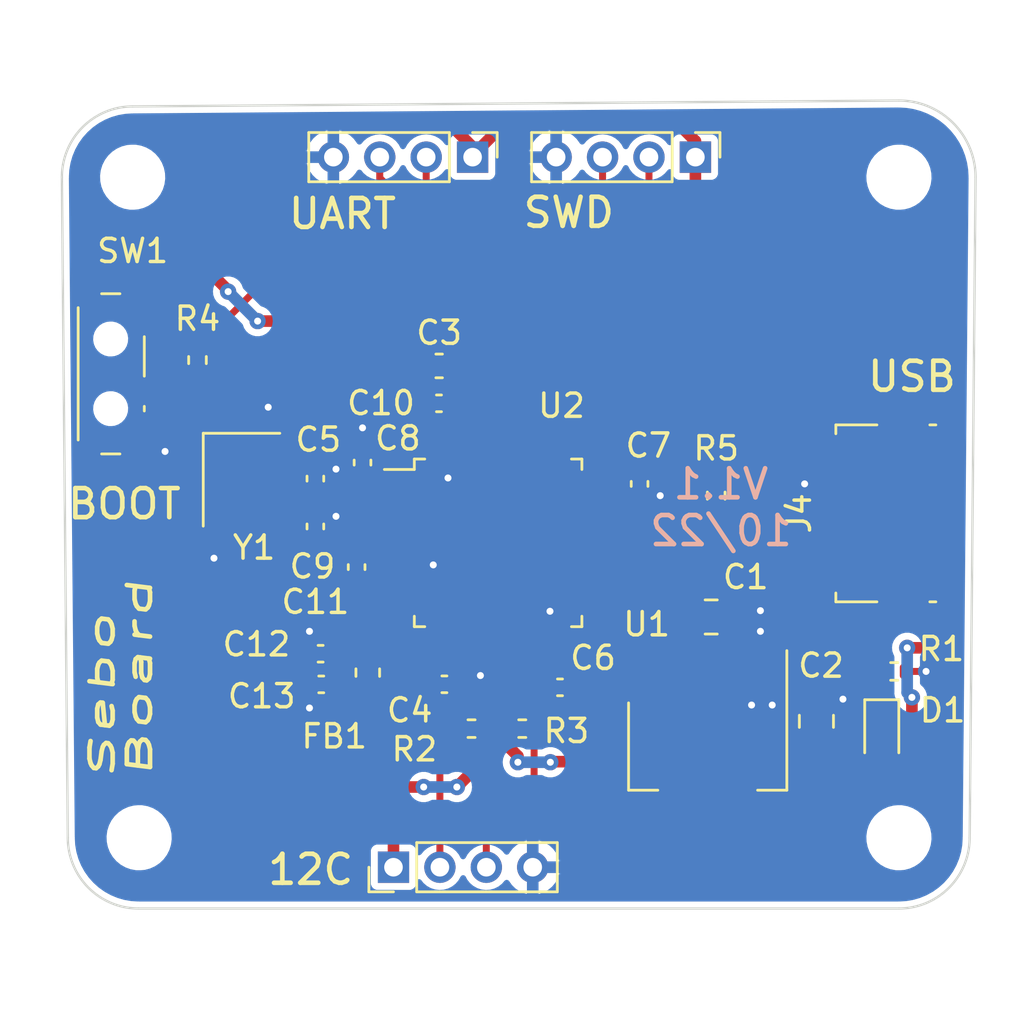
<source format=kicad_pcb>
(kicad_pcb (version 20211014) (generator pcbnew)
  (layers (0 "F.Cu" signal) (31 "B.Cu" power) (34 "B.Paste" user) (35 "F.Paste" user) (36 "B.SilkS" user "B.Silkscreen") (37 "F.SilkS" user "F.Silkscreen") (38 "B.Mask" user) (39 "F.Mask" user) (44 "Edge.Cuts" user))
  (net 0 "")
  (net 1 "VBUS")
  (net 2 "GND")
  (net 3 "+3.3V")
  (net 4 "/NRST")
  (net 5 "/HSE_IN")
  (net 6 "/HSE_OUT")
  (net 7 "+3.3VA")
  (net 8 "/Power_LED")
  (net 9 "/USART1_TX")
  (net 10 "/I2C2_SCL")
  (net 11 "/I2C2_SDA")
  (net 12 "/SWDIO")
  (net 13 "/SWDCLK")
  (net 14 "/USB_D-")
  (net 15 "/USB_D+")
  (net 18 "/BOOT0")
  (net 46 "/USART1_RX")
  (net 47 "/FW_BOOT0")
  (footprint "Connector_PinHeader_2.00mm:PinHeader_1x04_P2.00mm_Vertical" (layer "F.Cu") (at 133.4692 72.7964 -90)
    (fp_text reference "J3")
    (fp_text value "Conn_01x04_Male")
    (fp_line (start -1.06 7.06) (end 1.06 7.06) (layer "F.SilkS") (width 0.12))
    (fp_line (start -1.06 1) (end -1.06 7.06) (layer "F.SilkS") (width 0.12))
    (fp_line (start -1.06 1) (end 1.06 1) (layer "F.SilkS") (width 0.12))
    (fp_line (start 1.06 1) (end 1.06 7.06) (layer "F.SilkS") (width 0.12))
    (fp_line (start -1.06 -1.06) (end 0 -1.06) (layer "F.SilkS") (width 0.12))
    (fp_line (start -1.06 0) (end -1.06 -1.06) (layer "F.SilkS") (width 0.12))
    (pad "1" thru_hole rect (at 0 0 270) (size 1.35 1.35) (drill 0.8) (layers *.Cu *.Mask) (net 3 "+3.3V"))
    (pad "2" thru_hole oval (at 0 2 270) (size 1.35 1.35) (drill 0.8) (layers *.Cu *.Mask) (net 12 "/SWDIO"))
    (pad "3" thru_hole oval (at 0 4 270) (size 1.35 1.35) (drill 0.8) (layers *.Cu *.Mask) (net 13 "/SWDCLK"))
    (pad "4" thru_hole oval (at 0 6 270) (size 1.35 1.35) (drill 0.8) (layers *.Cu *.Mask) (net 2 "GND"))
  )
  (footprint "MountingHole:MountingHole_2.2mm_M2" (layer "F.Cu") (at 142.24 102.108)
    (fp_text reference "H4")
    (fp_text value "MountingHole")
    (pad "" np_thru_hole circle (at 0 0) (size 2.2 2.2) (drill 2.2) (layers *.Cu *.Mask))
  )
  (footprint "Capacitor_SMD:C_0402_1005Metric" (layer "F.Cu") (at 118.872 90.452 90)
    (fp_text reference "C11" (at -1.496 -1.778 180) (layer "F.SilkS"))
    (fp_text value "10n")
    (fp_line (start -0.107836 0.36) (end 0.107836 0.36) (layer "F.SilkS") (width 0.12))
    (fp_line (start -0.107836 -0.36) (end 0.107836 -0.36) (layer "F.SilkS") (width 0.12))
    (pad "1" smd roundrect (at -0.48 0 90) (size 0.56 0.62) (layers "F.Cu" "F.Paste" "F.Mask") (net 7 "+3.3VA"))
    (pad "2" smd roundrect (at 0.48 0 90) (size 0.56 0.62) (layers "F.Cu" "F.Paste" "F.Mask") (net 2 "GND"))
  )
  (footprint "Package_TO_SOT_SMD:SOT-223-3_TabPin2" (layer "F.Cu") (at 134 98.15 -90)
    (fp_text reference "U1" (at -5.2368 2.6312 180) (layer "F.SilkS"))
    (fp_text value "AMS1117-3.3")
    (fp_line (start 1.91 -3.41) (end 1.91 -2.15) (layer "F.SilkS") (width 0.12))
    (fp_line (start -1.85 3.41) (end 1.91 3.41) (layer "F.SilkS") (width 0.12))
    (fp_line (start 1.91 3.41) (end 1.91 2.15) (layer "F.SilkS") (width 0.12))
    (fp_line (start -4.1 -3.41) (end 1.91 -3.41) (layer "F.SilkS") (width 0.12))
    (pad "1" smd rect (at -3.15 -2.3 270) (size 2 1.5) (layers "F.Cu" "F.Paste" "F.Mask") (net 2 "GND"))
    (pad "2" smd rect (at -3.15 0 270) (size 2 1.5) (layers "F.Cu" "F.Paste" "F.Mask") (net 3 "+3.3V"))
    (pad "2" smd rect (at 3.15 0 270) (size 2 3.8) (layers "F.Cu" "F.Paste" "F.Mask") (net 3 "+3.3V"))
    (pad "3" smd rect (at -3.15 2.3 270) (size 2 1.5) (layers "F.Cu" "F.Paste" "F.Mask") (net 1 "VBUS"))
  )
  (footprint "Capacitor_SMD:C_0603_1608Metric" (layer "F.Cu") (at 122.428 81.788)
    (fp_text reference "C3" (at 0 -1.43) (layer "F.SilkS"))
    (fp_text value "10u")
    (fp_line (start -0.14058 0.51) (end 0.14058 0.51) (layer "F.SilkS") (width 0.12))
    (fp_line (start -0.14058 -0.51) (end 0.14058 -0.51) (layer "F.SilkS") (width 0.12))
    (pad "1" smd roundrect (at -0.775 0) (size 0.9 0.95) (layers "F.Cu" "F.Paste" "F.Mask") (net 3 "+3.3V"))
    (pad "2" smd roundrect (at 0.775 0) (size 0.9 0.95) (layers "F.Cu" "F.Paste" "F.Mask") (net 2 "GND"))
  )
  (footprint "Resistor_SMD:R_0402_1005Metric" (layer "F.Cu") (at 112.014 81.536 90)
    (fp_text reference "R4" (at 1.78 0) (layer "F.SilkS"))
    (fp_text value "10k")
    (fp_line (start -0.153641 0.38) (end 0.153641 0.38) (layer "F.SilkS") (width 0.12))
    (fp_line (start -0.153641 -0.38) (end 0.153641 -0.38) (layer "F.SilkS") (width 0.12))
    (pad "1" smd roundrect (at -0.51 0 90) (size 0.54 0.64) (layers "F.Cu" "F.Paste" "F.Mask") (net 47 "/FW_BOOT0"))
    (pad "2" smd roundrect (at 0.51 0 90) (size 0.54 0.64) (layers "F.Cu" "F.Paste" "F.Mask") (net 18 "/BOOT0"))
  )
  (footprint "Connector_USB:USB_Micro-B_Molex_47346-0001" (layer "F.Cu") (at 141.231 88.138 90)
    (fp_text reference "J4" (at 0 -3.3 270) (layer "F.SilkS"))
    (fp_text value "USB_B_Micro")
    (fp_line (start -3.81 0.06) (end -3.81 -1.71) (layer "F.SilkS") (width 0.12))
    (fp_line (start -3.81 2.6) (end -3.81 2.34) (layer "F.SilkS") (width 0.12))
    (fp_line (start 3.81 -1.71) (end 3.43 -1.71) (layer "F.SilkS") (width 0.12))
    (fp_line (start 3.81 -1.71) (end 3.81 0.06) (layer "F.SilkS") (width 0.12))
    (fp_line (start 3.81 2.34) (end 3.81 2.6) (layer "F.SilkS") (width 0.12))
    (fp_line (start -3.81 -1.71) (end -3.43 -1.71) (layer "F.SilkS") (width 0.12))
    (pad "1" smd rect (at -1.3 -1.46 90) (size 0.45 1.38) (layers "F.Cu" "F.Paste" "F.Mask") (net 1 "VBUS"))
    (pad "2" smd rect (at -0.65 -1.46 90) (size 0.45 1.38) (layers "F.Cu" "F.Paste" "F.Mask") (net 14 "/USB_D-"))
    (pad "3" smd rect (at 0 -1.46 90) (size 0.45 1.38) (layers "F.Cu" "F.Paste" "F.Mask") (net 15 "/USB_D+"))
    (pad "4" smd rect (at 0.65 -1.46 90) (size 0.45 1.38) (layers "F.Cu" "F.Paste" "F.Mask"))
    (pad "5" smd rect (at 1.3 -1.46 90) (size 0.45 1.38) (layers "F.Cu" "F.Paste" "F.Mask") (net 2 "GND"))
    (pad "6" smd rect (at 2.4875 -1.375 90) (size 1.425 1.55) (layers "F.Cu" "F.Paste" "F.Mask"))
    (pad "6" smd rect (at -1.15 1.2 90) (size 1.8 1.9) (layers "F.Cu" "F.Paste" "F.Mask"))
    (pad "6" smd rect (at -3.375 1.2 90) (size 1.65 1.3) (layers "F.Cu" "F.Paste" "F.Mask"))
    (pad "6" smd rect (at 3.375 1.2 90) (size 1.65 1.3) (layers "F.Cu" "F.Paste" "F.Mask"))
    (pad "6" smd rect (at 1.55 1.2 90) (size 1 1.9) (layers "F.Cu" "F.Paste" "F.Mask"))
    (pad "6" smd rect (at -2.4875 -1.375 90) (size 1.425 1.55) (layers "F.Cu" "F.Paste" "F.Mask"))
  )
  (footprint "Capacitor_SMD:C_0402_1005Metric" (layer "F.Cu") (at 117.094 88.702 90)
    (fp_text reference "C9" (at -1.722 -0.127 180) (layer "F.SilkS"))
    (fp_text value "10p")
    (fp_line (start -0.107836 0.36) (end 0.107836 0.36) (layer "F.SilkS") (width 0.12))
    (fp_line (start -0.107836 -0.36) (end 0.107836 -0.36) (layer "F.SilkS") (width 0.12))
    (pad "1" smd roundrect (at -0.48 0 90) (size 0.56 0.62) (layers "F.Cu" "F.Paste" "F.Mask") (net 6 "/HSE_OUT"))
    (pad "2" smd roundrect (at 0.48 0 90) (size 0.56 0.62) (layers "F.Cu" "F.Paste" "F.Mask") (net 2 "GND"))
  )
  (footprint "Capacitor_SMD:C_0402_1005Metric" (layer "F.Cu") (at 117.094 86.642 90)
    (fp_text reference "C5" (at 1.679 0.127) (layer "F.SilkS"))
    (fp_text value "10p")
    (fp_line (start -0.107836 0.36) (end 0.107836 0.36) (layer "F.SilkS") (width 0.12))
    (fp_line (start -0.107836 -0.36) (end 0.107836 -0.36) (layer "F.SilkS") (width 0.12))
    (pad "1" smd roundrect (at -0.48 0 90) (size 0.56 0.62) (layers "F.Cu" "F.Paste" "F.Mask") (net 5 "/HSE_IN"))
    (pad "2" smd roundrect (at 0.48 0 90) (size 0.56 0.62) (layers "F.Cu" "F.Paste" "F.Mask") (net 2 "GND"))
  )
  (footprint "Resistor_SMD:R_0402_1005Metric" (layer "F.Cu") (at 123.823 97.409 180)
    (fp_text reference "R2" (at 2.4618 -0.889) (layer "F.SilkS"))
    (fp_text value "1k5")
    (fp_line (start -0.153641 -0.38) (end 0.153641 -0.38) (layer "F.SilkS") (width 0.12))
    (fp_line (start -0.153641 0.38) (end 0.153641 0.38) (layer "F.SilkS") (width 0.12))
    (pad "1" smd roundrect (at -0.51 0 180) (size 0.54 0.64) (layers "F.Cu" "F.Paste" "F.Mask") (net 3 "+3.3V"))
    (pad "2" smd roundrect (at 0.51 0 180) (size 0.54 0.64) (layers "F.Cu" "F.Paste" "F.Mask") (net 10 "/I2C2_SCL"))
  )
  (footprint "Capacitor_SMD:C_0402_1005Metric" (layer "F.Cu") (at 122.42 83.4)
    (fp_text reference "C10" (at -2.5 -0.012) (layer "F.SilkS"))
    (fp_text value "100n")
    (fp_line (start -0.107836 -0.36) (end 0.107836 -0.36) (layer "F.SilkS") (width 0.12))
    (fp_line (start -0.107836 0.36) (end 0.107836 0.36) (layer "F.SilkS") (width 0.12))
    (pad "1" smd roundrect (at -0.48 0) (size 0.56 0.62) (layers "F.Cu" "F.Paste" "F.Mask") (net 3 "+3.3V"))
    (pad "2" smd roundrect (at 0.48 0) (size 0.56 0.62) (layers "F.Cu" "F.Paste" "F.Mask") (net 2 "GND"))
  )
  (footprint "Capacitor_SMD:C_0402_1005Metric" (layer "F.Cu") (at 122.654 95.5)
    (fp_text reference "C4" (at -1.496 1.1216 180) (layer "F.SilkS"))
    (fp_text value "100n")
    (fp_line (start -0.107836 -0.36) (end 0.107836 -0.36) (layer "F.SilkS") (width 0.12))
    (fp_line (start -0.107836 0.36) (end 0.107836 0.36) (layer "F.SilkS") (width 0.12))
    (pad "1" smd roundrect (at -0.48 0) (size 0.56 0.62) (layers "F.Cu" "F.Paste" "F.Mask") (net 4 "/NRST"))
    (pad "2" smd roundrect (at 0.48 0) (size 0.56 0.62) (layers "F.Cu" "F.Paste" "F.Mask") (net 2 "GND"))
  )
  (footprint "Capacitor_SMD:C_0402_1005Metric" (layer "F.Cu") (at 117.348 95.504 180)
    (fp_text reference "C13" (at 2.568 -0.508) (layer "F.SilkS"))
    (fp_text value "1u")
    (fp_line (start -0.107836 -0.36) (end 0.107836 -0.36) (layer "F.SilkS") (width 0.12))
    (fp_line (start -0.107836 0.36) (end 0.107836 0.36) (layer "F.SilkS") (width 0.12))
    (pad "1" smd roundrect (at -0.48 0 180) (size 0.56 0.62) (layers "F.Cu" "F.Paste" "F.Mask") (net 3 "+3.3V"))
    (pad "2" smd roundrect (at 0.48 0 180) (size 0.56 0.62) (layers "F.Cu" "F.Paste" "F.Mask") (net 2 "GND"))
  )
  (footprint "Capacitor_SMD:C_0402_1005Metric" (layer "F.Cu") (at 131.064 86.868 -90)
    (fp_text reference "C7" (at -1.651 -0.381 180) (layer "F.SilkS"))
    (fp_text value "100n")
    (fp_line (start -0.107836 0.36) (end 0.107836 0.36) (layer "F.SilkS") (width 0.12))
    (fp_line (start -0.107836 -0.36) (end 0.107836 -0.36) (layer "F.SilkS") (width 0.12))
    (pad "1" smd roundrect (at -0.48 0 270) (size 0.56 0.62) (layers "F.Cu" "F.Paste" "F.Mask") (net 3 "+3.3V"))
    (pad "2" smd roundrect (at 0.48 0 270) (size 0.56 0.62) (layers "F.Cu" "F.Paste" "F.Mask") (net 2 "GND"))
  )
  (footprint "Capacitor_SMD:C_0402_1005Metric" (layer "F.Cu") (at 117.32 94.1832 180)
    (fp_text reference "C12" (at 2.766 0.4064) (layer "F.SilkS"))
    (fp_text value "1u")
    (fp_line (start -0.107836 0.36) (end 0.107836 0.36) (layer "F.SilkS") (width 0.12))
    (fp_line (start -0.107836 -0.36) (end 0.107836 -0.36) (layer "F.SilkS") (width 0.12))
    (pad "1" smd roundrect (at -0.48 0 180) (size 0.56 0.62) (layers "F.Cu" "F.Paste" "F.Mask") (net 7 "+3.3VA"))
    (pad "2" smd roundrect (at 0.48 0 180) (size 0.56 0.62) (layers "F.Cu" "F.Paste" "F.Mask") (net 2 "GND"))
  )
  (footprint "Capacitor_SMD:C_0805_2012Metric" (layer "F.Cu") (at 138.684 97.094 90)
    (fp_text reference "C2" (at 2.4 0.2 180) (layer "F.SilkS"))
    (fp_text value "22u")
    (fp_line (start -0.261252 0.735) (end 0.261252 0.735) (layer "F.SilkS") (width 0.12))
    (fp_line (start -0.261252 -0.735) (end 0.261252 -0.735) (layer "F.SilkS") (width 0.12))
    (pad "1" smd roundrect (at -0.95 0 90) (size 1 1.45) (layers "F.Cu" "F.Paste" "F.Mask") (net 3 "+3.3V"))
    (pad "2" smd roundrect (at 0.95 0 90) (size 1 1.45) (layers "F.Cu" "F.Paste" "F.Mask") (net 2 "GND"))
  )
  (footprint "Crystal:Crystal_SMD_3225-4Pin_3.2x2.5mm" (layer "F.Cu") (at 113.912 86.688 -90)
    (fp_text reference "Y1" (at 2.9232 -0.5404) (layer "F.SilkS"))
    (fp_text value "Crystal_GND24")
    (fp_line (start -2 -1.65) (end -2 1.65) (layer "F.SilkS") (width 0.12))
    (fp_line (start -2 1.65) (end 2 1.65) (layer "F.SilkS") (width 0.12))
    (pad "1" smd rect (at -1.1 0.85 270) (size 1.4 1.2) (layers "F.Cu" "F.Paste" "F.Mask") (net 5 "/HSE_IN"))
    (pad "2" smd rect (at 1.1 0.85 270) (size 1.4 1.2) (layers "F.Cu" "F.Paste" "F.Mask") (net 2 "GND"))
    (pad "3" smd rect (at 1.1 -0.85 270) (size 1.4 1.2) (layers "F.Cu" "F.Paste" "F.Mask") (net 6 "/HSE_OUT"))
    (pad "4" smd rect (at -1.1 -0.85 270) (size 1.4 1.2) (layers "F.Cu" "F.Paste" "F.Mask") (net 2 "GND"))
  )
  (footprint "LED_SMD:LED_0603_1608Metric" (layer "F.Cu") (at 141.5 97.65 -90)
    (fp_text reference "D1" (at -1.0284 -2.6196 180) (layer "F.SilkS"))
    (fp_text value "RED")
    (fp_line (start -1.485 -0.735) (end -1.485 0.735) (layer "F.SilkS") (width 0.12))
    (fp_line (start -1.485 0.735) (end 0.8 0.735) (layer "F.SilkS") (width 0.12))
    (fp_line (start 0.8 -0.735) (end -1.485 -0.735) (layer "F.SilkS") (width 0.12))
    (pad "1" smd roundrect (at -0.7875 0 270) (size 0.875 0.95) (layers "F.Cu" "F.Paste" "F.Mask") (net 8 "/Power_LED"))
    (pad "2" smd roundrect (at 0.7875 0 270) (size 0.875 0.95) (layers "F.Cu" "F.Paste" "F.Mask") (net 3 "+3.3V"))
  )
  (footprint "Package_QFP:LQFP-48_7x7mm_P0.5mm" (layer "F.Cu") (at 124.968 89.408)
    (fp_text reference "U2" (at 2.732 -5.908) (layer "F.SilkS"))
    (fp_text value "STM32F103C8T6")
    (fp_line (start -3.61 -3.16) (end -4.9 -3.16) (layer "F.SilkS") (width 0.12))
    (fp_line (start -3.61 -3.61) (end -3.61 -3.16) (layer "F.SilkS") (width 0.12))
    (fp_line (start -3.16 -3.61) (end -3.61 -3.61) (layer "F.SilkS") (width 0.12))
    (fp_line (start -3.61 3.61) (end -3.61 3.16) (layer "F.SilkS") (width 0.12))
    (fp_line (start 3.61 3.61) (end 3.61 3.16) (layer "F.SilkS") (width 0.12))
    (fp_line (start -3.16 3.61) (end -3.61 3.61) (layer "F.SilkS") (width 0.12))
    (fp_line (start 3.16 3.61) (end 3.61 3.61) (layer "F.SilkS") (width 0.12))
    (fp_line (start 3.61 -3.61) (end 3.61 -3.16) (layer "F.SilkS") (width 0.12))
    (fp_line (start 3.16 -3.61) (end 3.61 -3.61) (layer "F.SilkS") (width 0.12))
    (pad "1" smd roundrect (at -4.1625 -2.75) (size 1.475 0.3) (layers "F.Cu" "F.Paste" "F.Mask") (net 3 "+3.3V"))
    (pad "2" smd roundrect (at -4.1625 -2.25) (size 1.475 0.3) (layers "F.Cu" "F.Paste" "F.Mask"))
    (pad "3" smd roundrect (at -4.1625 -1.75) (size 1.475 0.3) (layers "F.Cu" "F.Paste" "F.Mask"))
    (pad "4" smd roundrect (at -4.1625 -1.25) (size 1.475 0.3) (layers "F.Cu" "F.Paste" "F.Mask"))
    (pad "5" smd roundrect (at -4.1625 -0.75) (size 1.475 0.3) (layers "F.Cu" "F.Paste" "F.Mask") (net 5 "/HSE_IN"))
    (pad "6" smd roundrect (at -4.1625 -0.25) (size 1.475 0.3) (layers "F.Cu" "F.Paste" "F.Mask") (net 6 "/HSE_OUT"))
    (pad "7" smd roundrect (at -4.1625 0.25) (size 1.475 0.3) (layers "F.Cu" "F.Paste" "F.Mask") (net 4 "/NRST"))
    (pad "8" smd roundrect (at -4.1625 0.75) (size 1.475 0.3) (layers "F.Cu" "F.Paste" "F.Mask") (net 2 "GND"))
    (pad "9" smd roundrect (at -4.1625 1.25) (size 1.475 0.3) (layers "F.Cu" "F.Paste" "F.Mask") (net 7 "+3.3VA"))
    (pad "10" smd roundrect (at -4.1625 1.75) (size 1.475 0.3) (layers "F.Cu" "F.Paste" "F.Mask"))
    (pad "11" smd roundrect (at -4.1625 2.25) (size 1.475 0.3) (layers "F.Cu" "F.Paste" "F.Mask"))
    (pad "12" smd roundrect (at -4.1625 2.75) (size 1.475 0.3) (layers "F.Cu" "F.Paste" "F.Mask"))
    (pad "13" smd roundrect (at -2.75 4.1625) (size 0.3 1.475) (layers "F.Cu" "F.Paste" "F.Mask"))
    (pad "14" smd roundrect (at -2.25 4.1625) (size 0.3 1.475) (layers "F.Cu" "F.Paste" "F.Mask"))
    (pad "15" smd roundrect (at -1.75 4.1625) (size 0.3 1.475) (layers "F.Cu" "F.Paste" "F.Mask"))
    (pad "16" smd roundrect (at -1.25 4.1625) (size 0.3 1.475) (layers "F.Cu" "F.Paste" "F.Mask"))
    (pad "17" smd roundrect (at -0.75 4.1625) (size 0.3 1.475) (layers "F.Cu" "F.Paste" "F.Mask"))
    (pad "18" smd roundrect (at -0.25 4.1625) (size 0.3 1.475) (layers "F.Cu" "F.Paste" "F.Mask"))
    (pad "19" smd roundrect (at 0.25 4.1625) (size 0.3 1.475) (layers "F.Cu" "F.Paste" "F.Mask"))
    (pad "20" smd roundrect (at 0.75 4.1625) (size 0.3 1.475) (layers "F.Cu" "F.Paste" "F.Mask"))
    (pad "21" smd roundrect (at 1.25 4.1625) (size 0.3 1.475) (layers "F.Cu" "F.Paste" "F.Mask") (net 10 "/I2C2_SCL"))
    (pad "22" smd roundrect (at 1.75 4.1625) (size 0.3 1.475) (layers "F.Cu" "F.Paste" "F.Mask") (net 11 "/I2C2_SDA"))
    (pad "23" smd roundrect (at 2.25 4.1625) (size 0.3 1.475) (layers "F.Cu" "F.Paste" "F.Mask") (net 2 "GND"))
    (pad "24" smd roundrect (at 2.75 4.1625) (size 0.3 1.475) (layers "F.Cu" "F.Paste" "F.Mask") (net 3 "+3.3V"))
    (pad "25" smd roundrect (at 4.1625 2.75) (size 1.475 0.3) (layers "F.Cu" "F.Paste" "F.Mask"))
    (pad "26" smd roundrect (at 4.1625 2.25) (size 1.475 0.3) (layers "F.Cu" "F.Paste" "F.Mask"))
    (pad "27" smd roundrect (at 4.1625 1.75) (size 1.475 0.3) (layers "F.Cu" "F.Paste" "F.Mask"))
    (pad "28" smd roundrect (at 4.1625 1.25) (size 1.475 0.3) (layers "F.Cu" "F.Paste" "F.Mask"))
    (pad "29" smd roundrect (at 4.1625 0.75) (size 1.475 0.3) (layers "F.Cu" "F.Paste" "F.Mask"))
    (pad "30" smd roundrect (at 4.1625 0.25) (size 1.475 0.3) (layers "F.Cu" "F.Paste" "F.Mask"))
    (pad "31" smd roundrect (at 4.1625 -0.25) (size 1.475 0.3) (layers "F.Cu" "F.Paste" "F.Mask"))
    (pad "32" smd roundrect (at 4.1625 -0.75) (size 1.475 0.3) (layers "F.Cu" "F.Paste" "F.Mask") (net 14 "/USB_D-"))
    (pad "33" smd roundrect (at 4.1625 -1.25) (size 1.475 0.3) (layers "F.Cu" "F.Paste" "F.Mask") (net 15 "/USB_D+"))
    (pad "34" smd roundrect (at 4.1625 -1.75) (size 1.475 0.3) (layers "F.Cu" "F.Paste" "F.Mask") (net 12 "/SWDIO"))
    (pad "35" smd roundrect (at 4.1625 -2.25) (size 1.475 0.3) (layers "F.Cu" "F.Paste" "F.Mask") (net 2 "GND"))
    (pad "36" smd roundrect (at 4.1625 -2.75) (size 1.475 0.3) (layers "F.Cu" "F.Paste" "F.Mask") (net 3 "+3.3V"))
    (pad "37" smd roundrect (at 2.75 -4.1625) (size 0.3 1.475) (layers "F.Cu" "F.Paste" "F.Mask") (net 13 "/SWDCLK"))
    (pad "38" smd roundrect (at 2.25 -4.1625) (size 0.3 1.475) (layers "F.Cu" "F.Paste" "F.Mask"))
    (pad "39" smd roundrect (at 1.75 -4.1625) (size 0.3 1.475) (layers "F.Cu" "F.Paste" "F.Mask"))
    (pad "40" smd roundrect (at 1.25 -4.1625) (size 0.3 1.475) (layers "F.Cu" "F.Paste" "F.Mask"))
    (pad "41" smd roundrect (at 0.75 -4.1625) (size 0.3 1.475) (layers "F.Cu" "F.Paste" "F.Mask"))
    (pad "42" smd roundrect (at 0.25 -4.1625) (size 0.3 1.475) (layers "F.Cu" "F.Paste" "F.Mask") (net 9 "/USART1_TX"))
    (pad "43" smd roundrect (at -0.25 -4.1625) (size 0.3 1.475) (layers "F.Cu" "F.Paste" "F.Mask") (net 46 "/USART1_RX"))
    (pad "44" smd roundrect (at -0.75 -4.1625) (size 0.3 1.475) (layers "F.Cu" "F.Paste" "F.Mask") (net 18 "/BOOT0"))
    (pad "45" smd roundrect (at -1.25 -4.1625) (size 0.3 1.475) (layers "F.Cu" "F.Paste" "F.Mask"))
    (pad "46" smd roundrect (at -1.75 -4.1625) (size 0.3 1.475) (layers "F.Cu" "F.Paste" "F.Mask"))
    (pad "47" smd roundrect (at -2.25 -4.1625) (size 0.3 1.475) (layers "F.Cu" "F.Paste" "F.Mask") (net 2 "GND"))
    (pad "48" smd roundrect (at -2.75 -4.1625) (size 0.3 1.475) (layers "F.Cu" "F.Paste" "F.Mask") (net 3 "+3.3V"))
  )
  (footprint "Resistor_SMD:R_0402_1005Metric" (layer "F.Cu") (at 142.0368 94.9452)
    (fp_text reference "R1" (at 2.032 -0.9652 180) (layer "F.SilkS"))
    (fp_text value "1k5")
    (fp_line (start -0.153641 -0.38) (end 0.153641 -0.38) (layer "F.SilkS") (width 0.12))
    (fp_line (start -0.153641 0.38) (end 0.153641 0.38) (layer "F.SilkS") (width 0.12))
    (pad "1" smd roundrect (at -0.51 0) (size 0.54 0.64) (layers "F.Cu" "F.Paste" "F.Mask") (net 8 "/Power_LED"))
    (pad "2" smd roundrect (at 0.51 0) (size 0.54 0.64) (layers "F.Cu" "F.Paste" "F.Mask") (net 2 "GND"))
  )
  (footprint "MountingHole:MountingHole_2.2mm_M2" (layer "F.Cu") (at 109.22 73.66)
    (fp_text reference "H3")
    (fp_text value "MountingHole")
    (pad "" np_thru_hole circle (at 0 0) (size 2.2 2.2) (drill 2.2) (layers *.Cu *.Mask))
  )
  (footprint "Capacitor_SMD:C_0805_2012Metric" (layer "F.Cu") (at 134.15 92.6)
    (fp_text reference "C1" (at 1.486 -1.7188) (layer "F.SilkS"))
    (fp_text value "22u")
    (fp_line (start -0.261252 -0.735) (end 0.261252 -0.735) (layer "F.SilkS") (width 0.12))
    (fp_line (start -0.261252 0.735) (end 0.261252 0.735) (layer "F.SilkS") (width 0.12))
    (pad "1" smd roundrect (at -0.95 0) (size 1 1.45) (layers "F.Cu" "F.Paste" "F.Mask") (net 1 "VBUS"))
    (pad "2" smd roundrect (at 0.95 0) (size 1 1.45) (layers "F.Cu" "F.Paste" "F.Mask") (net 2 "GND"))
  )
  (footprint "Capacitor_SMD:C_0402_1005Metric" (layer "F.Cu") (at 127.635 95.631 180)
    (fp_text reference "C6" (at -1.425 1.27 180) (layer "F.SilkS"))
    (fp_text value "100n")
    (fp_line (start -0.107836 0.36) (end 0.107836 0.36) (layer "F.SilkS") (width 0.12))
    (fp_line (start -0.107836 -0.36) (end 0.107836 -0.36) (layer "F.SilkS") (width 0.12))
    (pad "1" smd roundrect (at -0.48 0 180) (size 0.56 0.62) (layers "F.Cu" "F.Paste" "F.Mask") (net 3 "+3.3V"))
    (pad "2" smd roundrect (at 0.48 0 180) (size 0.56 0.62) (layers "F.Cu" "F.Paste" "F.Mask") (net 2 "GND"))
  )
  (footprint "Resistor_SMD:R_0402_1005Metric" (layer "F.Cu") (at 134.366 87.374 90)
    (fp_text reference "R5" (at 2.034 0 180) (layer "F.SilkS"))
    (fp_text value "1k5")
    (fp_line (start -0.153641 0.38) (end 0.153641 0.38) (layer "F.SilkS") (width 0.12))
    (fp_line (start -0.153641 -0.38) (end 0.153641 -0.38) (layer "F.SilkS") (width 0.12))
    (pad "1" smd roundrect (at -0.51 0 90) (size 0.54 0.64) (layers "F.Cu" "F.Paste" "F.Mask") (net 15 "/USB_D+"))
    (pad "2" smd roundrect (at 0.51 0 90) (size 0.54 0.64) (layers "F.Cu" "F.Paste" "F.Mask") (net 3 "+3.3V"))
  )
  (footprint "Button_Switch_SMD:SW_SPDT_PCM12" (layer "F.Cu") (at 108.6028 82.1288 -90)
    (fp_text reference "SW1" (at -5.2938 -0.6172 180) (layer "F.SilkS"))
    (fp_text value "SW_SPDT")
    (fp_line (start 3.45 0.72) (end 3.45 -0.07) (layer "F.SilkS") (width 0.12))
    (fp_line (start 1.4 -1.12) (end 1.6 -1.12) (layer "F.SilkS") (width 0.12))
    (fp_line (start -3.45 -0.07) (end -3.45 0.72) (layer "F.SilkS") (width 0.12))
    (fp_line (start -2.85 1.73) (end 2.85 1.73) (layer "F.SilkS") (width 0.12))
    (fp_line (start -1.6 -1.12) (end 0.1 -1.12) (layer "F.SilkS") (width 0.12))
    (pad "" smd rect (at -3.65 -0.78 270) (size 1 0.8) (layers "F.Cu" "F.Paste" "F.Mask"))
    (pad "" smd rect (at 3.65 -0.78 270) (size 1 0.8) (layers "F.Cu" "F.Paste" "F.Mask"))
    (pad "" smd rect (at 3.65 1.43 270) (size 1 0.8) (layers "F.Cu" "F.Paste" "F.Mask"))
    (pad "" np_thru_hole circle (at 1.5 0.33 270) (size 0.9 0.9) (drill 0.9) (layers *.Cu *.Mask))
    (pad "" smd rect (at -3.65 1.43 270) (size 1 0.8) (layers "F.Cu" "F.Paste" "F.Mask"))
    (pad "" np_thru_hole circle (at -1.5 0.33 270) (size 0.9 0.9) (drill 0.9) (layers *.Cu *.Mask))
    (pad "1" smd rect (at -2.25 -1.43 270) (size 0.7 1.5) (layers "F.Cu" "F.Paste" "F.Mask") (net 3 "+3.3V"))
    (pad "2" smd rect (at 0.75 -1.43 270) (size 0.7 1.5) (layers "F.Cu" "F.Paste" "F.Mask") (net 47 "/FW_BOOT0"))
    (pad "3" smd rect (at 2.25 -1.43 270) (size 0.7 1.5) (layers "F.Cu" "F.Paste" "F.Mask") (net 2 "GND"))
  )
  (footprint "MountingHole:MountingHole_2.2mm_M2" (layer "F.Cu") (at 142.24 73.66)
    (fp_text reference "H2")
    (fp_text value "MountingHole")
    (pad "" np_thru_hole circle (at 0 0) (size 2.2 2.2) (drill 2.2) (layers *.Cu *.Mask))
  )
  (footprint "MountingHole:MountingHole_2.2mm_M2" (layer "F.Cu") (at 109.5 102.108)
    (fp_text reference "H1")
    (fp_text value "MountingHole")
    (pad "" np_thru_hole circle (at 0 0) (size 2.2 2.2) (drill 2.2) (layers *.Cu *.Mask))
  )
  (footprint "Connector_PinHeader_2.00mm:PinHeader_1x04_P2.00mm_Vertical" (layer "F.Cu") (at 123.8692 72.7964 -90)
    (fp_text reference "J1")
    (fp_text value "Conn_01x04_Male")
    (fp_line (start -1.06 7.06) (end 1.06 7.06) (layer "F.SilkS") (width 0.12))
    (fp_line (start -1.06 -1.06) (end 0 -1.06) (layer "F.SilkS") (width 0.12))
    (fp_line (start -1.06 1) (end -1.06 7.06) (layer "F.SilkS") (width 0.12))
    (fp_line (start 1.06 1) (end 1.06 7.06) (layer "F.SilkS") (width 0.12))
    (fp_line (start -1.06 0) (end -1.06 -1.06) (layer "F.SilkS") (width 0.12))
    (fp_line (start -1.06 1) (end 1.06 1) (layer "F.SilkS") (width 0.12))
    (pad "1" thru_hole rect (at 0 0 270) (size 1.35 1.35) (drill 0.8) (layers *.Cu *.Mask) (net 3 "+3.3V"))
    (pad "2" thru_hole oval (at 0 2 270) (size 1.35 1.35) (drill 0.8) (layers *.Cu *.Mask) (net 9 "/USART1_TX"))
    (pad "3" thru_hole oval (at 0 4 270) (size 1.35 1.35) (drill 0.8) (layers *.Cu *.Mask) (net 46 "/USART1_RX"))
    (pad "4" thru_hole oval (at 0 6 270) (size 1.35 1.35) (drill 0.8) (layers *.Cu *.Mask) (net 2 "GND"))
  )
  (footprint "Capacitor_SMD:C_0402_1005Metric" (layer "F.Cu") (at 119.126 85.951 90)
    (fp_text reference "C8" (at 1.044 1.524) (layer "F.SilkS"))
    (fp_text value "100n")
    (fp_line (start -0.107836 0.36) (end 0.107836 0.36) (layer "F.SilkS") (width 0.12))
    (fp_line (start -0.107836 -0.36) (end 0.107836 -0.36) (layer "F.SilkS") (width 0.12))
    (pad "1" smd roundrect (at -0.48 0 90) (size 0.56 0.62) (layers "F.Cu" "F.Paste" "F.Mask") (net 3 "+3.3V"))
    (pad "2" smd roundrect (at 0.48 0 90) (size 0.56 0.62) (layers "F.Cu" "F.Paste" "F.Mask") (net 2 "GND"))
  )
  (footprint "Inductor_SMD:L_0603_1608Metric" (layer "F.Cu") (at 119.352 94.996 -90)
    (fp_text reference "FB1" (at 2.7432 1.4452 180) (layer "F.SilkS"))
    (fp_text value "120R")
    (fp_line (start -0.162779 0.51) (end 0.162779 0.51) (layer "F.SilkS") (width 0.12))
    (fp_line (start -0.162779 -0.51) (end 0.162779 -0.51) (layer "F.SilkS") (width 0.12))
    (pad "1" smd roundrect (at -0.7875 0 270) (size 0.875 0.95) (layers "F.Cu" "F.Paste" "F.Mask") (net 7 "+3.3VA"))
    (pad "2" smd roundrect (at 0.7875 0 270) (size 0.875 0.95) (layers "F.Cu" "F.Paste" "F.Mask") (net 3 "+3.3V"))
  )
  (footprint "Connector_PinHeader_2.00mm:PinHeader_1x04_P2.00mm_Vertical" (layer "F.Cu") (at 120.46 103.378 90)
    (fp_text reference "J2")
    (fp_text value "Conn_01x04_Male")
    (fp_line (start -1.06 -1.06) (end 0 -1.06) (layer "F.SilkS") (width 0.12))
    (fp_line (start -1.06 0) (end -1.06 -1.06) (layer "F.SilkS") (width 0.12))
    (fp_line (start -1.06 7.06) (end 1.06 7.06) (layer "F.SilkS") (width 0.12))
    (fp_line (start 1.06 1) (end 1.06 7.06) (layer "F.SilkS") (width 0.12))
    (fp_line (start -1.06 1) (end -1.06 7.06) (layer "F.SilkS") (width 0.12))
    (fp_line (start -1.06 1) (end 1.06 1) (layer "F.SilkS") (width 0.12))
    (pad "1" thru_hole rect (at 0 0 90) (size 1.35 1.35) (drill 0.8) (layers *.Cu *.Mask) (net 3 "+3.3V"))
    (pad "2" thru_hole oval (at 0 2 90) (size 1.35 1.35) (drill 0.8) (layers *.Cu *.Mask) (net 10 "/I2C2_SCL"))
    (pad "3" thru_hole oval (at 0 4 90) (size 1.35 1.35) (drill 0.8) (layers *.Cu *.Mask) (net 11 "/I2C2_SDA"))
    (pad "4" thru_hole oval (at 0 6 90) (size 1.35 1.35) (drill 0.8) (layers *.Cu *.Mask) (net 2 "GND"))
  )
  (footprint "Resistor_SMD:R_0402_1005Metric" (layer "F.Cu") (at 126.0094 97.409)
    (fp_text reference "R3" (at 1.9 0.1 180) (layer "F.SilkS"))
    (fp_text value "1k5")
    (fp_line (start -0.153641 -0.38) (end 0.153641 -0.38) (layer "F.SilkS") (width 0.12))
    (fp_line (start -0.153641 0.38) (end 0.153641 0.38) (layer "F.SilkS") (width 0.12))
    (pad "1" smd roundrect (at -0.51 0) (size 0.54 0.64) (layers "F.Cu" "F.Paste" "F.Mask") (net 3 "+3.3V"))
    (pad "2" smd roundrect (at 0.51 0) (size 0.54 0.64) (layers "F.Cu" "F.Paste" "F.Mask") (net 11 "/I2C2_SDA"))
  )
  (gr_line (start 109.474 105.156) (end 142.24 105.156) (layer "Edge.Cuts") (width 0.1))
  (gr_arc (start 106.172 73.66) (mid 107.064739 71.504739) (end 109.22 70.612) (layer "Edge.Cuts") (width 0.1))
  (gr_line (start 106.172 73.66) (end 106.426 102.108) (layer "Edge.Cuts") (width 0.1))
  (gr_line (start 142.24 70.358) (end 109.22 70.612) (layer "Edge.Cuts") (width 0.1))
  (gr_arc (start 145.288 102.108) (mid 144.395261 104.263261) (end 142.24 105.156) (layer "Edge.Cuts") (width 0.1))
  (gr_arc (start 109.474 105.156) (mid 107.318739 104.263261) (end 106.426 102.108) (layer "Edge.Cuts") (width 0.1))
  (gr_arc (start 142.24 70.358) (mid 144.574867 71.325133) (end 145.542 73.66) (layer "Edge.Cuts") (width 0.1))
  (gr_line (start 145.288 102.108) (end 145.542 73.66) (layer "Edge.Cuts") (width 0.1))
  (gr_text "V1.1\n10/22" (at 134.5692 87.884) (layer "B.SilkS") (effects (font (size 1.25 1.25) (thickness 0.2)) (justify mirror)))
  (gr_text "USB\n" (at 142.7988 82.2452) (layer "F.SilkS") (effects (font (size 1.25 1.25) (thickness 0.2))))
  (gr_text "UART" (at 118.2624 75.2348) (layer "F.SilkS") (effects (font (size 1.25 1.25) (thickness 0.2))))
  (gr_text "BOOT" (at 108.8644 87.7316) (layer "F.SilkS") (effects (font (size 1.25 1.25) (thickness 0.2))))
  (gr_text "SWD" (at 128.016 75.184) (layer "F.SilkS") (effects (font (size 1.25 1.25) (thickness 0.2))))
  (gr_text "12C" (at 116.8908 103.4796) (layer "F.SilkS") (effects (font (size 1.25 1.25) (thickness 0.2))))
  (gr_text "Sebo \nBoard" (at 108.712 95.1992 90) (layer "F.SilkS") (effects (font (size 1 2) (thickness 0.2) italic)))
  (segment (start 110.617 85.471) (end 110.6424 85.4964) (width 0.3) (layer "F.Cu") (net 2))
  (segment (start 117.094 88.222) (end 117.94 88.222) (width 0.3) (layer "F.Cu") (net 2))
  (segment (start 127.218 92.3692) (end 127.2032 92.3544) (width 0.3) (layer "F.Cu") (net 2))
  (segment (start 123.203 81.788) (end 123.203 82.283) (width 0.5) (layer "F.Cu") (net 2))
  (segment (start 123.134 95.5) (end 123.829 95.5) (width 0.3) (layer "F.Cu") (net 2))
  (segment (start 138.206 86.838) (end 139.331 86.838) (width 0.3) (layer "F.Cu") (net 2))
  (segment (start 121.9745 90.158) (end 122.174 90.3575) (width 0.3) (layer "F.Cu") (net 2))
  (segment (start 122.936 83.436) (end 122.9 83.4) (width 0.25) (layer "F.Cu") (net 2))
  (segment (start 112.762 88.138) (end 112.762 88.088) (width 0.3) (layer "F.Cu") (net 2))
  (segment (start 120.8055 90.158) (end 121.9745 90.158) (width 0.3) (layer "F.Cu") (net 2))
  (segment (start 127.218 95.568) (end 127.155 95.631) (width 0.3) (layer "F.Cu") (net 2))
  (segment (start 130.084 87.158) (end 130.302 87.376) (width 0.3) (layer "F.Cu") (net 2))
  (segment (start 130.302 87.376) (end 131.036 87.376) (width 0.3) (layer "F.Cu") (net 2))
  (segment (start 127.218 93.5705) (end 127.218 92.3692) (width 0.3) (layer "F.Cu") (net 2))
  (segment (start 127.218 93.5705) (end 127.218 95.568) (width 0.3) (layer "F.Cu") (net 2))
  (segment (start 112.7252 88.1248) (end 112.7252 90.0684) (width 0.3) (layer "F.Cu") (net 2))
  (segment (start 116.868 95.504) (end 116.868 96.492) (width 0.3) (layer "F.Cu") (net 2))
  (segment (start 142.5468 94.9452) (end 143.4084 94.9452) (width 0.3) (layer "F.Cu") (net 2))
  (segment (start 131.064 87.348) (end 131.925 87.348) (width 0.3) (layer "F.Cu") (net 2))
  (segment (start 119.622 90.158) (end 119.38 89.916) (width 0.3) (layer "F.Cu") (net 2))
  (segment (start 118.928 89.916) (end 118.872 89.972) (width 0.3) (layer "F.Cu") (net 2))
  (segment (start 129.1305 87.158) (end 130.084 87.158) (width 0.3) (layer "F.Cu") (net 2))
  (segment (start 117.094 86.162) (end 117.912 86.162) (width 0.3) (layer "F.Cu") (net 2))
  (segment (start 120.8055 90.158) (end 119.622 90.158) (width 0.3) (layer "F.Cu") (net 2))
  (segment (start 110.6424 85.4964) (end 110.6424 84.9884) (width 0.3) (layer "F.Cu") (net 2))
  (segment (start 122.718 86.523) (end 122.809 86.614) (width 0.3) (layer "F.Cu") (net 2))
  (segment (start 116.868 96.492) (end 116.84 96.52) (width 0.3) (layer "F.Cu") (net 2))
  (segment (start 122.9 82.586) (end 122.9 83.4) (width 0.5) (layer "F.Cu") (net 2))
  (segment (start 122.718 85.2455) (end 122.718 86.523) (width 0.3) (layer "F.Cu") (net 2))
  (segment (start 122.718 84.292) (end 122.936 84.074) (width 0.25) (layer "F.Cu") (net 2))
  (segment (start 115.062 85.238) (end 115.062 83.566) (width 0.3) (layer "F.Cu") (net 2))
  (segment (start 123.203 82.283) (end 122.9 82.586) (width 0.5) (layer "F.Cu") (net 2))
  (segment (start 131.925 87.348) (end 131.953 87.376) (width 0.3) (layer "F.Cu") (net 2))
  (segment (start 119.126 85.471) (end 119.126 84.455) (width 0.3) (layer "F.Cu") (net 2))
  (segment (start 138.176 86.868) (end 138.206 86.838) (width 0.3) (layer "F.Cu") (net 2))
  (segment (start 116.84 94.1832) (end 116.84 93.218) (width 0.3) (layer "F.Cu") (net 2))
  (segment (start 117.94 88.222) (end 117.983 88.265) (width 0.3) (layer "F.Cu") (net 2))
  (segment (start 122.936 84.074) (end 122.936 83.436) (width 0.25) (layer "F.Cu") (net 2))
  (segment (start 119.38 89.916) (end 118.928 89.916) (width 0.3) (layer "F.Cu") (net 2))
  (segment (start 131.036 87.376) (end 131.064 87.348) (width 0.3) (layer "F.Cu") (net 2))
  (segment (start 117.912 86.162) (end 117.983 86.233) (width 0.3) (layer "F.Cu") (net 2))
  (segment (start 110.6424 84.9884) (end 110.0328 84.3788) (width 0.3) (layer "F.Cu") (net 2))
  (segment (start 112.762 88.088) (end 112.7252 88.1248) (width 0.3) (layer "F.Cu") (net 2))
  (segment (start 122.718 85.2455) (end 122.718 84.292) (width 0.25) (layer "F.Cu") (net 2))
  (segment (start 123.829 95.5) (end 124.206 95.123) (width 0.3) (layer "F.Cu") (net 2))
  (via (at 138.176 86.868) (size 0.7) (drill 0.3) (layers "F.Cu" "B.Cu") (net 2))
  (via (at 110.617 85.471) (size 0.7) (drill 0.3) (layers "F.Cu" "B.Cu") (net 2))
  (via (at 127.2032 92.3544) (size 0.7) (drill 0.3) (layers "F.Cu" "B.Cu") (net 2))
  (via (at 139.827 96.139) (size 0.7) (drill 0.3) (layers "F.Cu" "B.Cu") (net 2))
  (via (at 131.953 87.376) (size 0.7) (drill 0.3) (layers "F.Cu" "B.Cu") (net 2))
  (via (at 122.809 86.614) (size 0.7) (drill 0.3) (layers "F.Cu" "B.Cu") (net 2))
  (via (at 112.7252 90.0684) (size 0.7) (drill 0.3) (layers "F.Cu" "B.Cu") (net 2))
  (via (at 135.89 96.393) (size 0.7) (drill 0.3) (layers "F.Cu" "B.Cu") (net 2))
  (via (at 116.84 93.218) (size 0.7) (drill 0.3) (layers "F.Cu" "B.Cu") (net 2))
  (via (at 136.271 93.218) (size 0.7) (drill 0.3) (layers "F.Cu" "B.Cu") (net 2))
  (via (at 116.84 96.52) (size 0.7) (drill 0.3) (layers "F.Cu" "B.Cu") (net 2))
  (via (at 136.271 92.329) (size 0.7) (drill 0.3) (layers "F.Cu" "B.Cu") (net 2))
  (via (at 143.4084 94.9452) (size 0.7) (drill 0.3) (layers "F.Cu" "B.Cu") (net 2))
  (via (at 136.779 96.393) (size 0.7) (drill 0.3) (layers "F.Cu" "B.Cu") (net 2))
  (via (at 119.126 84.455) (size 0.7) (drill 0.3) (layers "F.Cu" "B.Cu") (net 2))
  (via (at 122.174 90.3575) (size 0.7) (drill 0.3) (layers "F.Cu" "B.Cu") (net 2))
  (via (at 124.206 95.123) (size 0.7) (drill 0.3) (layers "F.Cu" "B.Cu") (net 2))
  (via (at 117.983 88.265) (size 0.7) (drill 0.3) (layers "F.Cu" "B.Cu") (net 2))
  (via (at 117.983 86.233) (size 0.7) (drill 0.3) (layers "F.Cu" "B.Cu") (net 2))
  (via (at 115.062 83.566) (size 0.7) (drill 0.3) (layers "F.Cu" "B.Cu") (net 2))
  (segment (start 140.208 99.949) (end 139.192 100.965) (width 0.5) (layer "F.Cu") (net 3))
  (segment (start 122.218 84.372) (end 121.92 84.074) (width 0.25) (layer "F.Cu") (net 3))
  (segment (start 130.528 86.388) (end 131.064 86.388) (width 0.3) (layer "F.Cu") (net 3))
  (segment (start 141.5796 82.7024) (end 144.018 82.7024) (width 0.5) (layer "F.Cu") (net 3))
  (segment (start 133.4692 72.7964) (end 133.4692 72.1028) (width 0.5) (layer "F.Cu") (net 3))
  (segment (start 113.3348 78.5368) (end 113.3348 78.5876) (width 0.5) (layer "F.Cu") (net 3))
  (segment (start 121.7605 99.9236) (end 120.5992 99.9236) (width 0.5) (layer "F.Cu") (net 3))
  (segment (start 122.218 85.2455) (end 122.218 84.372) (width 0.25) (layer "F.Cu") (net 3))
  (segment (start 124.333 97.409) (end 124.333 98.7806) (width 0.5) (layer "F.Cu") (net 3))
  (segment (start 119.5324 95.9639) (end 119.352 95.7835) (width 0.5) (layer "F.Cu") (net 3))
  (segment (start 120.46 103.378) (end 120.46 100.0628) (width 0.5) (layer "F.Cu") (net 3))
  (segment (start 128.115 95.222) (end 128.115 95.631) (width 0.3) (layer "F.Cu") (net 3))
  (segment (start 120.4976 86.3501) (end 120.7055 86.558) (width 0.5) (layer "F.Cu") (net 3))
  (segment (start 144.6784 83.3628) (end 144.6784 93.0656) (width 0.5) (layer "F.Cu") (net 3))
  (segment (start 137.0584 78.232) (end 137.1092 78.232) (width 0.5) (layer "F.Cu") (net 3))
  (segment (start 128.905 96.421) (end 128.115 95.631) (width 0.5) (layer "F.Cu") (net 3))
  (segment (start 127.718 93.5705) (end 127.718 94.825) (width 0.3) (layer "F.Cu") (net 3))
  (segment (start 144.018 82.7024) (end 144.6784 83.3628) (width 0.5) (layer "F.Cu") (net 3))
  (segment (start 144.6784 93.0656) (end 143.8148 93.9292) (width 0.5) (layer "F.Cu") (net 3))
  (segment (start 128.905 102.5398) (end 128.905 98.8314) (width 0.5) (layer "F.Cu") (net 3))
  (segment (start 125.4994 97.409) (end 124.333 97.409) (width 0.5) (layer "F.Cu") (net 3))
  (segment (start 110.672 79.8788) (end 110.0328 79.8788) (width 0.5) (layer "F.Cu") (net 3))
  (segment (start 130.258 86.658) (end 130.528 86.388) (width 0.3) (layer "F.Cu") (net 3))
  (segment (start 120.5992 99.9236) (end 119.5324 99.9236) (width 0.5) (layer "F.Cu") (net 3))
  (segment (start 119.888 81.788) (end 120.4976 81.788) (width 0.5) (layer "F.Cu") (net 3))
  (segment (start 134.366 86.864) (end 134.366 80.9244) (width 0.5) (layer "F.Cu") (net 3))
  (segment (start 119.353 86.658) (end 119.126 86.431) (width 0.3) (layer "F.Cu") (net 3))
  (segment (start 141.3605 98.298) (end 141.5 98.4375) (width 0.5) (layer "F.Cu") (net 3))
  (segment (start 120.46 100.0628) (end 120.5992 99.9236) (width 0.5) (layer "F.Cu") (net 3))
  (segment (start 121.653 82.537) (end 121.94 82.824) (width 0.5) (layer "F.Cu") (net 3))
  (segment (start 132.588 71.2216) (end 125.3744 71.2216) (width 0.5) (layer "F.Cu") (net 3))
  (segment (start 141.5 98.4375) (end 142.2021 98.4375) (width 0.5) (layer "F.Cu") (net 3))
  (segment (start 119.0725 95.504) (end 119.352 95.7835) (width 0.5) (layer "F.Cu") (net 3))
  (segment (start 117.828 95.504) (end 119.0725 95.504) (width 0.5) (layer "F.Cu") (net 3))
  (segment (start 133.4692 74.592) (end 133.4692 72.7964) (width 0.5) (layer "F.Cu") (net 3))
  (segment (start 125.8199 98.5911) (end 125.4994 98.2706) (width 0.5) (layer "F.Cu") (net 3))
  (segment (start 125.4994 98.2706) (end 125.4994 97.409) (width 0.5) (layer "F.Cu") (net 3))
  (segment (start 124.333 98.7806) (end 123.19 99.9236) (width 0.5) (layer "F.Cu") (net 3))
  (segment (start 120.7055 86.558) (end 120.8055 86.558) (width 0.5) (layer "F.Cu") (net 3))
  (segment (start 112.6744 77.8764) (end 110.672 79.8788) (width 0.5) (layer "F.Cu") (net 3))
  (segment (start 117.9576 79.8576) (end 119.888 81.788) (width 0.5) (layer "F.Cu") (net 3))
  (segment (start 137.1092 78.232) (end 141.5796 82.7024) (width 0.5) (layer "F.Cu") (net 3))
  (segment (start 123.8692 72.7964) (end 123.8692 72.358) (width 0.5) (layer "F.Cu") (net 3))
  (segment (start 125.3744 71.2216) (end 123.8692 72.7268) (width 0.5) (layer "F.Cu") (net 3))
  (segment (start 122.7328 71.2216) (end 115.8748 71.2216) (width 0.5) (layer "F.Cu") (net 3))
  (segment (start 140.208 98.298) (end 141.3605 98.298) (width 0.5) (layer "F.Cu") (net 3))
  (segment (start 139.192 102.6668) (end 137.8204 104.0384) (width 0.5) (layer "F.Cu") (net 3))
  (segment (start 121.92 83.42) (end 121.94 83.4) (width 0.25) (layer "F.Cu") (net 3))
  (segment (start 127.2443 98.8314) (end 127.2189 98.8568) (width 0.5) (layer "F.Cu") (net 3))
  (segment (start 137.8204 104.0384) (end 130.4036 104.0384) (width 0.5) (layer "F.Cu") (net 3))
  (segment (start 138.684 98.044) (end 138.938 98.298) (width 0.5) (layer "F.Cu") (net 3))
  (segment (start 121.92 84.074) (end 121.92 83.42) (width 0.25) (layer "F.Cu") (net 3))
  (segment (start 114.6048 79.8576) (end 117.9576 79.8576) (width 0.5) (layer "F.Cu") (net 3))
  (segment (start 128.905 98.8314) (end 127.2443 98.8314) (width 0.5) (layer "F.Cu") (net 3))
  (segment (start 123.8692 72.7268) (end 123.8692 72.7964) (width 0.5) (layer "F.Cu") (net 3))
  (segment (start 112.6744 77.8764) (end 113.3348 78.5368) (width 0.5) (layer "F.Cu") (net 3))
  (segment (start 119.5324 99.9236) (end 119.5324 95.9639) (width 0.5) (layer "F.Cu") (net 3))
  (segment (start 136.9568 78.0796) (end 133.4692 74.592) (width 0.5) (layer "F.Cu") (net 3))
  (segment (start 134.366 80.9244) (end 137.0584 78.232) (width 0.5) (layer "F.Cu") (net 3))
  (segment (start 142.2021 98.4375) (end 142.7988 97.8408) (width 0.5) (layer "F.Cu") (net 3))
  (segment (start 131.064 86.388) (end 133.89 86.388) (width 0.5) (layer "F.Cu") (net 3))
  (segment (start 142.7988 97.8408) (end 142.7988 96.0628) (width 0.5) (layer "F.Cu") (net 3))
  (segment (start 133.89 86.388) (end 134.366 86.864) (width 0.5) (layer "F.Cu") (net 3))
  (segment (start 121.94 82.824) (end 121.94 83.4) (width 0.5) (layer "F.Cu") (net 3))
  (segment (start 123.8692 72.358) (end 122.7328 71.2216) (width 0.5) (layer "F.Cu") (net 3))
  (segment (start 138.938 98.298) (end 140.208 98.298) (width 0.5) (layer "F.Cu") (net 3))
  (segment (start 130.4036 104.0384) (end 128.905 102.5398) (width 0.5) (layer "F.Cu") (net 3))
  (segment (start 115.8748 71.2216) (end 112.6744 74.422) (width 0.5) (layer "F.Cu") (net 3))
  (segment (start 129.1305 86.658) (end 130.258 86.658) (width 0.3) (layer "F.Cu") (net 3))
  (segment (start 125.8199 98.8568) (end 125.8199 98.5911) (width 0.5) (layer "F.Cu") (net 3))
  (segment (start 120.8055 86.658) (end 119.353 86.658) (width 0.3) (layer "F.Cu") (net 3))
  (segment (start 120.4976 81.788) (end 120.4976 86.3501) (width 0.5) (layer "F.Cu") (net 3))
  (segment (start 143.8148 93.9292) (end 142.5956 93.9292) (width 0.5) (layer "F.Cu") (net 3))
  (segment (start 139.192 100.965) (end 139.192 102.6668) (width 0.5) (layer "F.Cu") (net 3))
  (segment (start 112.6744 74.5236) (end 112.6744 77.8764) (width 0.5) (layer "F.Cu") (net 3))
  (segment (start 121.653 81.788) (end 121.653 82.537) (width 0.5) (layer "F.Cu") (net 3))
  (segment (start 127.718 94.825) (end 128.115 95.222) (width 0.3) (layer "F.Cu") (net 3))
  (segment (start 112.6744 74.422) (end 112.6744 74.5744) (width 0.5) (layer "F.Cu") (net 3))
  (segment (start 128.905 98.8314) (end 128.905 96.421) (width 0.5) (layer "F.Cu") (net 3))
  (segment (start 120.4976 81.788) (end 121.653 81.788) (width 0.5) (layer "F.Cu") (net 3))
  (segment (start 140.208 98.298) (end 140.208 99.949) (width 0.5) (layer "F.Cu") (net 3))
  (segment (start 133.4692 72.1028) (end 132.588 71.2216) (width 0.5) (layer "F.Cu") (net 3))
  (via (at 142.7988 96.0628) (size 0.7) (drill 0.3) (layers "F.Cu" "B.Cu") (net 3))
  (via (at 123.19 99.9236) (size 0.7) (drill 0.3) (layers "F.Cu" "B.Cu") (net 3))
  (via (at 114.6048 79.8576) (size 0.7) (drill 0.3) (layers "F.Cu" "B.Cu") (net 3))
  (via (at 127.2189 98.8568) (size 0.7) (drill 0.3) (layers "F.Cu" "B.Cu") (net 3))
  (via (at 113.3348 78.5876) (size 0.7) (drill 0.3) (layers "F.Cu" "B.Cu") (net 3))
  (via (at 142.5956 93.9292) (size 0.7) (drill 0.3) (layers "F.Cu" "B.Cu") (net 3))
  (via (at 125.8199 98.8568) (size 0.7) (drill 0.3) (layers "F.Cu" "B.Cu") (net 3))
  (via (at 121.7605 99.9236) (size 0.7) (drill 0.3) (layers "F.Cu" "B.Cu") (net 3))
  (segment (start 113.3348 78.5876) (end 114.6048 79.8576) (width 0.5) (layer "B.Cu") (net 3))
  (segment (start 123.19 99.9236) (end 121.7605 99.9236) (width 0.5) (layer "B.Cu") (net 3))
  (segment (start 142.5956 95.8596) (end 142.5956 93.9292) (width 0.5) (layer "B.Cu") (net 3))
  (segment (start 127.2189 98.8568) (end 125.8199 98.8568) (width 0.5) (layer "B.Cu") (net 3))
  (segment (start 142.7988 96.0628) (end 142.5956 95.8596) (width 0.5) (layer "B.Cu") (net 3))
  (segment (start 121.031 93.418959) (end 121.031 94.742) (width 0.3) (layer "F.Cu") (net 4))
  (segment (start 122.551 89.658) (end 123.19 90.297) (width 0.3) (layer "F.Cu") (net 4))
  (segment (start 121.031 94.742) (end 121.789 95.5) (width 0.3) (layer "F.Cu") (net 4))
  (segment (start 123.19 91.259959) (end 121.031 93.418959) (width 0.3) (layer "F.Cu") (net 4))
  (segment (start 121.789 95.5) (end 122.174 95.5) (width 0.3) (layer "F.Cu") (net 4))
  (segment (start 123.19 90.297) (end 123.19 91.259959) (width 0.3) (layer "F.Cu") (net 4))
  (segment (start 120.8055 89.658) (end 122.551 89.658) (width 0.3) (layer "F.Cu") (net 4))
  (segment (start 117.094 87.122) (end 116.696 87.122) (width 0.3) (layer "F.Cu") (net 5))
  (segment (start 116.078 87.122) (end 115.6208 86.6648) (width 0.25) (layer "F.Cu") (net 5))
  (segment (start 119.646 88.658) (end 118.11 87.122) (width 0.3) (layer "F.Cu") (net 5))
  (segment (start 115.6208 86.6648) (end 113.9952 86.6648) (width 0.25) (layer "F.Cu") (net 5))
  (segment (start 113.9952 86.6648) (end 113.062 85.7316) (width 0.25) (layer "F.Cu") (net 5))
  (segment (start 118.11 87.122) (end 117.094 87.122) (width 0.3) (layer "F.Cu") (net 5))
  (segment (start 113.062 85.7316) (end 113.062 85.588) (width 0.25) (layer "F.Cu") (net 5))
  (segment (start 116.696 87.122) (end 116.078 87.122) (width 0.25) (layer "F.Cu") (net 5))
  (segment (start 120.8055 88.658) (end 119.646 88.658) (width 0.3) (layer "F.Cu") (net 5))
  (segment (start 117.094 89.182) (end 116.106 89.182) (width 0.3) (layer "F.Cu") (net 6))
  (segment (start 120.8055 89.158) (end 117.118 89.158) (width 0.3) (layer "F.Cu") (net 6))
  (segment (start 116.106 89.182) (end 115.062 88.138) (width 0.3) (layer "F.Cu") (net 6))
  (segment (start 117.118 89.158) (end 117.094 89.182) (width 0.3) (layer "F.Cu") (net 6))
  (segment (start 119.352 94.2085) (end 118.8212 93.6777) (width 0.5) (layer "F.Cu") (net 7))
  (segment (start 117.8 94.1832) (end 119.3267 94.1832) (width 0.5) (layer "F.Cu") (net 7))
  (segment (start 120.8055 90.658) (end 119.7556 90.658) (width 0.3) (layer "F.Cu") (net 7))
  (segment (start 119.352 94.2085) (end 119.3267 94.1832) (width 0.5) (layer "F.Cu") (net 7))
  (segment (start 118.8212 90.9828) (end 118.872 90.932) (width 0.5) (layer "F.Cu") (net 7))
  (segment (start 118.8212 93.6777) (end 118.8212 90.9828) (width 0.5) (layer "F.Cu") (net 7))
  (segment (start 119.7556 90.658) (end 119.4816 90.932) (width 0.3) (layer "F.Cu") (net 7))
  (segment (start 119.4816 90.932) (end 118.872 90.932) (width 0.3) (layer "F.Cu") (net 7))
  (segment (start 141.5 96.8625) (end 141.5 95.1496) (width 0.3) (layer "F.Cu") (net 8))
  (segment (start 141.5 95.1496) (end 141.55 95.0996) (width 0.3) (layer "F.Cu") (net 8))
  (segment (start 126.492 82.423) (end 126.492 78.6384) (width 0.3) (layer "F.Cu") (net 9))
  (segment (start 121.8692 74.0156) (end 121.8692 72.7964) (width 0.3) (layer "F.Cu") (net 9))
  (segment (start 126.492 78.6384) (end 121.8692 74.0156) (width 0.3) (layer "F.Cu") (net 9))
  (segment (start 125.218 85.2455) (end 125.218 83.697) (width 0.3) (layer "F.Cu") (net 9))
  (segment (start 125.218 83.697) (end 126.492 82.423) (width 0.3) (layer "F.Cu") (net 9))
  (segment (start 123.313 98.048) (end 122.46 98.901) (width 0.3) (layer "F.Cu") (net 10))
  (segment (start 123.313 97.409) (end 123.313 98.048) (width 0.3) (layer "F.Cu") (net 10))
  (segment (start 126.218 94.409041) (end 123.313 97.314041) (width 0.3) (layer "F.Cu") (net 10))
  (segment (start 122.46 98.901) (end 122.46 103.378) (width 0.3) (layer "F.Cu") (net 10))
  (segment (start 123.313 97.314041) (end 123.313 97.409) (width 0.3) (layer "F.Cu") (net 10))
  (segment (start 126.218 93.5705) (end 126.218 94.409041) (width 0.3) (layer "F.Cu") (net 10))
  (segment (start 126.5194 97.409) (end 126.5194 99.7946) (width 0.3) (layer "F.Cu") (net 11))
  (segment (start 124.46 101.854) (end 124.46 103.378) (width 0.3) (layer "F.Cu") (net 11))
  (segment (start 126.365 97.2546) (end 126.5194 97.409) (width 0.3) (layer "F.Cu") (net 11))
  (segment (start 126.718 93.5705) (end 126.718 94.77) (width 0.3) (layer "F.Cu") (net 11))
  (segment (start 126.5194 99.7946) (end 124.46 101.854) (width 0.3) (layer "F.Cu") (net 11))
  (segment (start 126.365 95.123) (end 126.365 97.2546) (width 0.3) (layer "F.Cu") (net 11))
  (segment (start 126.718 94.77) (end 126.365 95.123) (width 0.3) (layer "F.Cu") (net 11))
  (segment (start 129.1305 87.658) (end 128.171 87.658) (width 0.3) (layer "F.Cu") (net 12))
  (segment (start 127.762 86.687959) (end 131.4704 82.979559) (width 0.3) (layer "F.Cu") (net 12))
  (segment (start 131.4692 82.978359) (end 131.4692 72.7964) (width 0.3) (layer "F.Cu") (net 12))
  (segment (start 128.171 87.658) (end 127.762 87.249) (width 0.3) (layer "F.Cu") (net 12))
  (segment (start 127.762 87.249) (end 127.762 86.687959) (width 0.3) (layer "F.Cu") (net 12))
  (segment (start 131.4704 82.979559) (end 131.4692 82.978359) (width 0.3) (layer "F.Cu") (net 12))
  (segment (start 127.718 85.2455) (end 127.718 84.2196) (width 0.3) (layer "F.Cu") (net 13))
  (segment (start 129.4692 82.4684) (end 129.4692 72.7964) (width 0.3) (layer "F.Cu") (net 13))
  (segment (start 129.4692 82.4684) (end 127.718 84.2196) (width 0.3) (layer "F.Cu") (net 13))
  (segment (start 129.155499 88.633001) (end 138.156498 88.633) (width 0.2) (layer "F.Cu") (net 14))
  (segment (start 138.261498 88.788) (end 138.156498 88.683) (width 0.3) (layer "F.Cu") (net 14))
  (segment (start 139.331 88.788) (end 138.261498 88.788) (width 0.3) (layer "F.Cu") (net 14))
  (segment (start 129.1305 88.658) (end 129.155499 88.633001) (width 0.2) (layer "F.Cu") (net 14))
  (segment (start 138.201498 88.138) (end 139.331 88.138) (width 0.3) (layer "F.Cu") (net 15))
  (segment (start 138.156498 88.183) (end 138.201498 88.138) (width 0.3) (layer "F.Cu") (net 15))
  (segment (start 129.1305 88.158) (end 129.155499 88.182999) (width 0.2) (layer "F.Cu") (net 15))
  (segment (start 129.155499 88.182999) (end 138.156498 88.183) (width 0.2) (layer "F.Cu") (net 15))
  (segment (start 122.555 78.232) (end 114.808 78.232) (width 0.3) (layer "F.Cu") (net 18))
  (segment (start 124.218 85.2455) (end 124.218 79.895) (width 0.3) (layer "F.Cu") (net 18))
  (segment (start 124.218 79.895) (end 122.555 78.232) (width 0.3) (layer "F.Cu") (net 18))
  (segment (start 114.808 78.232) (end 112.014 81.026) (width 0.3) (layer "F.Cu") (net 18))
  (segment (start 125.3236 79.1464) (end 119.8692 73.692) (width 0.3) (layer "F.Cu") (net 46))
  (segment (start 119.8692 73.692) (end 119.8692 72.7964) (width 0.3) (layer "F.Cu") (net 46))
  (segment (start 124.718 85.2455) (end 124.718 82.927) (width 0.3) (layer "F.Cu") (net 46))
  (segment (start 125.3236 82.3214) (end 125.3236 79.1464) (width 0.3) (layer "F.Cu") (net 46))
  (segment (start 119.8692 73.7174) (end 119.8692 72.7964) (width 0.3) (layer "F.Cu") (net 46))
  (segment (start 124.718 82.927) (end 125.3236 82.3214) (width 0.3) (layer "F.Cu") (net 46))
  (segment (start 110.0328 82.8788) (end 111.1812 82.8788) (width 0.3) (layer "F.Cu") (net 47))
  (segment (start 111.1812 82.8788) (end 112.014 82.046) (width 0.3) (layer "F.Cu") (net 47))
  (zone (net 2) (net_name "GND") (layer "F.Cu") (connect_pads yes (clearance 0.3)) (min_thickness 0.254) (fill yes (thermal_gap 0.508) (thermal_bridge_width 0.508))
    (polygon (pts (xy 137.414 92.202) (xy 137.414 94.488) (xy 137.795 95.123) (xy 139.954 95.123) (xy 140.335 95.631) (xy 140.335 96.393) (xy 139.954 96.901) (xy 135.72063 96.852736) (xy 135.31931 96.456496) (xy 135.382 93.853) (xy 135.255 93.599) (xy 134.747 93.599) (xy 134.366 93.345) (xy 134.366 91.821) (xy 134.874 91.567) (xy 136.652 91.567)))
  )
  (zone (net 3) (net_name "+3.3V") (layer "F.Cu") (connect_pads yes (clearance 0.3)) (min_thickness 0.254) (fill yes (thermal_gap 0.508) (thermal_bridge_width 0.508))
    (polygon (pts (xy 135.001 94.234) (xy 135.001 97.282) (xy 135.255 97.663) (xy 137.541 97.663) (xy 137.795 97.409) (xy 139.319 97.409) (xy 139.7 97.663) (xy 139.7 98.679) (xy 139.319 99.06) (xy 138.43 99.06) (xy 137.922 99.314) (xy 137.922 101.981) (xy 137.287 102.743) (xy 132.207 102.743) (xy 131.572 102.362) (xy 131.572 99.06) (xy 133.096 97.282) (xy 133.096 94.234) (xy 133.35 93.98) (xy 134.747 93.98)))
  )
  (zone (net 1) (net_name "VBUS") (layer "F.Cu") (connect_pads yes (clearance 0.3)) (min_thickness 0.254) (fill yes (thermal_gap 0.508) (thermal_bridge_width 0.508))
    (polygon (pts (xy 140.335 89.408) (xy 140.335 89.662) (xy 140.208 89.789) (xy 134.493 89.789) (xy 133.741468 90.577232) (xy 133.731 93.472) (xy 133.223 93.599) (xy 132.842 93.599) (xy 132.588 93.853) (xy 132.588 96.012) (xy 132.334 96.266) (xy 131.064 96.266) (xy 130.683 96.012) (xy 130.683 93.98) (xy 131.445 93.345) (xy 132.334 93.091) (xy 132.334 91.567) (xy 132.334 90.551) (xy 133.604 89.281) (xy 140.208 89.281)))
  )
  (zone (net 2) (net_name "GND") (layer "B.Cu") (connect_pads (clearance 0.3)) (min_thickness 0.25) (fill yes (thermal_gap 0.5) (thermal_bridge_width 0.5))
    (polygon (pts (xy 145.288 105.156) (xy 106.3752 105.41) (xy 106.172 72.5424) (xy 107.696 70.5104) (xy 145.6436 70.4088)))
  )
)
</source>
